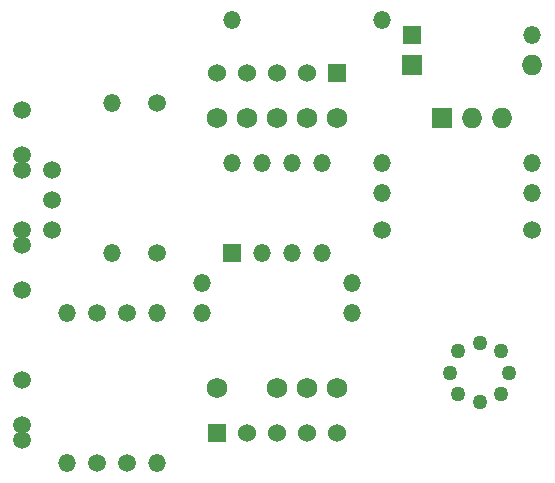
<source format=gbs>
G04 (created by PCBNEW (22-Jun-2014 BZR 4027)-stable) date Sun 17 Dec 2017 02:26:31 AM CST*
%MOIN*%
G04 Gerber Fmt 3.4, Leading zero omitted, Abs format*
%FSLAX34Y34*%
G01*
G70*
G90*
G04 APERTURE LIST*
%ADD10C,0.00590551*%
%ADD11C,0.05*%
%ADD12R,0.069X0.069*%
%ADD13O,0.069X0.069*%
%ADD14C,0.059*%
%ADD15R,0.059X0.059*%
%ADD16O,0.059X0.059*%
%ADD17R,0.06X0.06*%
%ADD18C,0.06*%
%ADD19C,0.069*%
G04 APERTURE END LIST*
G54D10*
G54D11*
X87542Y-58542D03*
X88957Y-58542D03*
X89239Y-59250D03*
X88250Y-58260D03*
X88957Y-59957D03*
X88250Y-60239D03*
X87542Y-59957D03*
X87260Y-59250D03*
G54D12*
X87000Y-50750D03*
G54D13*
X88000Y-50750D03*
X89000Y-50750D03*
G54D14*
X73000Y-52500D03*
X73000Y-50500D03*
X73000Y-52000D03*
X73000Y-54500D03*
X73000Y-56500D03*
X73000Y-55000D03*
X73000Y-61500D03*
X73000Y-59500D03*
X73000Y-61000D03*
G54D15*
X80000Y-55250D03*
G54D16*
X81000Y-55250D03*
X82000Y-55250D03*
X83000Y-55250D03*
X83000Y-52250D03*
X82000Y-52250D03*
X80000Y-52250D03*
X81000Y-52250D03*
G54D17*
X79500Y-61250D03*
G54D18*
X80500Y-61250D03*
X81500Y-61250D03*
X82500Y-61250D03*
X83500Y-61250D03*
G54D19*
X79500Y-59750D03*
X81500Y-59750D03*
X82500Y-59750D03*
X83500Y-59750D03*
G54D17*
X83500Y-49250D03*
G54D18*
X82500Y-49250D03*
X81500Y-49250D03*
X80500Y-49250D03*
X79500Y-49250D03*
G54D19*
X83500Y-50750D03*
X82500Y-50750D03*
X81500Y-50750D03*
X80500Y-50750D03*
X79500Y-50750D03*
G54D15*
X86000Y-48000D03*
G54D16*
X90000Y-48000D03*
G54D12*
X86000Y-49000D03*
G54D13*
X90000Y-49000D03*
G54D16*
X85000Y-52250D03*
X90000Y-52250D03*
X85000Y-53250D03*
X90000Y-53250D03*
G54D14*
X90000Y-54500D03*
X85000Y-54500D03*
G54D16*
X84000Y-56250D03*
X79000Y-56250D03*
X84000Y-57250D03*
X79000Y-57250D03*
X85000Y-47500D03*
X80000Y-47500D03*
G54D14*
X77500Y-50250D03*
X77500Y-55250D03*
G54D16*
X76000Y-55250D03*
X76000Y-50250D03*
X77500Y-57250D03*
X77500Y-62250D03*
G54D14*
X76500Y-57250D03*
X76500Y-62250D03*
X75500Y-57250D03*
X75500Y-62250D03*
G54D16*
X74500Y-62250D03*
X74500Y-57250D03*
G54D14*
X74000Y-52500D03*
X74000Y-54500D03*
X74000Y-53500D03*
M02*

</source>
